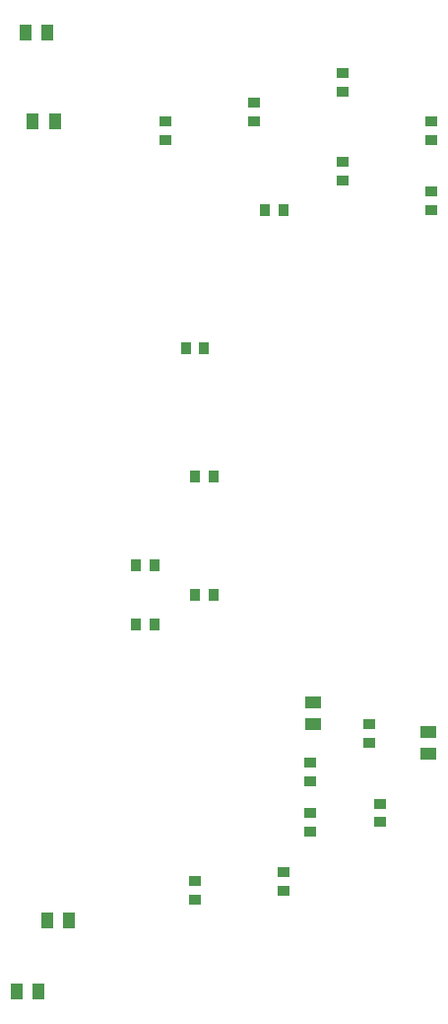
<source format=gbr>
%TF.GenerationSoftware,KiCad,Pcbnew,(7.0.0)*%
%TF.CreationDate,2024-04-19T19:54:10+02:00*%
%TF.ProjectId,IR Sensor Project,49522053-656e-4736-9f72-2050726f6a65,v1*%
%TF.SameCoordinates,Original*%
%TF.FileFunction,Paste,Top*%
%TF.FilePolarity,Positive*%
%FSLAX46Y46*%
G04 Gerber Fmt 4.6, Leading zero omitted, Abs format (unit mm)*
G04 Created by KiCad (PCBNEW (7.0.0)) date 2024-04-19 19:54:10*
%MOMM*%
%LPD*%
G01*
G04 APERTURE LIST*
%ADD10R,1.000000X1.450000*%
%ADD11R,1.450000X1.000000*%
%ADD12R,1.000000X0.900000*%
%ADD13R,0.900000X1.000000*%
G04 APERTURE END LIST*
D10*
%TO.C,R24*%
X39889999Y-140699999D03*
X37989999Y-140699999D03*
%TD*%
D11*
%TO.C,R21*%
X63499999Y-115889999D03*
X63499999Y-117789999D03*
%TD*%
D10*
%TO.C,R2*%
X38739999Y-58419999D03*
X40639999Y-58419999D03*
%TD*%
D12*
%TO.C,R7*%
X73659999Y-67639999D03*
X73659999Y-66039999D03*
%TD*%
D13*
%TO.C,R11*%
X53339999Y-96519999D03*
X54939999Y-96519999D03*
%TD*%
D10*
%TO.C,R1*%
X39379999Y-66039999D03*
X41279999Y-66039999D03*
%TD*%
D13*
%TO.C,R14*%
X48259999Y-109219999D03*
X49859999Y-109219999D03*
%TD*%
%TO.C,R13*%
X53339999Y-106679999D03*
X54939999Y-106679999D03*
%TD*%
D10*
%TO.C,R23*%
X42539999Y-134619999D03*
X40639999Y-134619999D03*
%TD*%
D12*
%TO.C,R16*%
X60959999Y-130479999D03*
X60959999Y-132079999D03*
%TD*%
%TO.C,R3*%
X50799999Y-67639999D03*
X50799999Y-66039999D03*
%TD*%
D13*
%TO.C,R12*%
X48259999Y-104139999D03*
X49859999Y-104139999D03*
%TD*%
%TO.C,R9*%
X59359999Y-73659999D03*
X60959999Y-73659999D03*
%TD*%
D11*
%TO.C,R22*%
X73409999Y-118429999D03*
X73409999Y-120329999D03*
%TD*%
D12*
%TO.C,R6*%
X66039999Y-71119999D03*
X66039999Y-69519999D03*
%TD*%
D13*
%TO.C,R10*%
X52539999Y-85559999D03*
X54139999Y-85559999D03*
%TD*%
D12*
%TO.C,R5*%
X66039999Y-63499999D03*
X66039999Y-61899999D03*
%TD*%
%TO.C,R15*%
X53339999Y-131279999D03*
X53339999Y-132879999D03*
%TD*%
%TO.C,R17*%
X63249999Y-126999999D03*
X63249999Y-125399999D03*
%TD*%
%TO.C,R19*%
X69269999Y-126199999D03*
X69269999Y-124599999D03*
%TD*%
%TO.C,R8*%
X73659999Y-73659999D03*
X73659999Y-72059999D03*
%TD*%
%TO.C,R4*%
X58419999Y-66039999D03*
X58419999Y-64439999D03*
%TD*%
%TO.C,R18*%
X63249999Y-121119999D03*
X63249999Y-122719999D03*
%TD*%
%TO.C,R20*%
X68329999Y-117779999D03*
X68329999Y-119379999D03*
%TD*%
M02*

</source>
